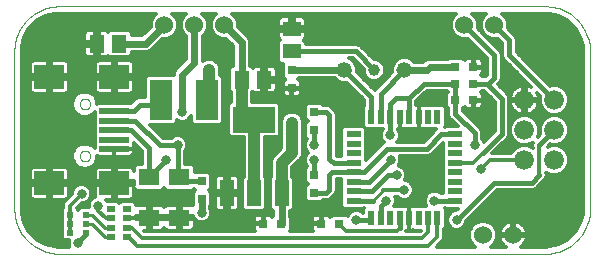
<source format=gtl>
G75*
G70*
%OFA0B0*%
%FSLAX24Y24*%
%IPPOS*%
%LPD*%
%AMOC8*
5,1,8,0,0,1.08239X$1,22.5*
%
%ADD10C,0.0000*%
%ADD11R,0.0300X0.0300*%
%ADD12C,0.0520*%
%ADD13R,0.0984X0.0197*%
%ADD14R,0.0984X0.0787*%
%ADD15R,0.0709X0.0551*%
%ADD16R,0.0748X0.1339*%
%ADD17C,0.0660*%
%ADD18R,0.0512X0.0591*%
%ADD19R,0.0236X0.0197*%
%ADD20R,0.0236X0.0236*%
%ADD21R,0.0256X0.0197*%
%ADD22R,0.0220X0.0500*%
%ADD23R,0.0500X0.0220*%
%ADD24R,0.0480X0.0880*%
%ADD25R,0.1417X0.0866*%
%ADD26R,0.0591X0.0512*%
%ADD27C,0.0600*%
%ADD28C,0.0120*%
%ADD29C,0.0317*%
%ADD30C,0.0396*%
%ADD31C,0.0400*%
%ADD32C,0.0160*%
%ADD33C,0.0240*%
%ADD34C,0.0100*%
%ADD35C,0.0180*%
%ADD36C,0.0320*%
D10*
X001910Y000410D02*
X018098Y000410D01*
X018174Y000412D01*
X018250Y000418D01*
X018325Y000427D01*
X018400Y000441D01*
X018474Y000458D01*
X018547Y000479D01*
X018619Y000503D01*
X018690Y000532D01*
X018759Y000563D01*
X018826Y000598D01*
X018891Y000637D01*
X018955Y000679D01*
X019016Y000724D01*
X019075Y000772D01*
X019131Y000823D01*
X019185Y000877D01*
X019236Y000933D01*
X019284Y000992D01*
X019329Y001053D01*
X019371Y001117D01*
X019410Y001182D01*
X019445Y001249D01*
X019476Y001318D01*
X019505Y001389D01*
X019529Y001461D01*
X019550Y001534D01*
X019567Y001608D01*
X019581Y001683D01*
X019590Y001758D01*
X019596Y001834D01*
X019598Y001910D01*
X019598Y007160D01*
X019596Y007236D01*
X019590Y007312D01*
X019581Y007387D01*
X019567Y007462D01*
X019550Y007536D01*
X019529Y007609D01*
X019505Y007681D01*
X019476Y007752D01*
X019445Y007821D01*
X019410Y007888D01*
X019371Y007953D01*
X019329Y008017D01*
X019284Y008078D01*
X019236Y008137D01*
X019185Y008193D01*
X019131Y008247D01*
X019075Y008298D01*
X019016Y008346D01*
X018955Y008391D01*
X018891Y008433D01*
X018826Y008472D01*
X018759Y008507D01*
X018690Y008538D01*
X018619Y008567D01*
X018547Y008591D01*
X018474Y008612D01*
X018400Y008629D01*
X018325Y008643D01*
X018250Y008652D01*
X018174Y008658D01*
X018098Y008660D01*
X001910Y008660D01*
X001834Y008658D01*
X001758Y008652D01*
X001683Y008643D01*
X001608Y008629D01*
X001534Y008612D01*
X001461Y008591D01*
X001389Y008567D01*
X001318Y008538D01*
X001249Y008507D01*
X001182Y008472D01*
X001117Y008433D01*
X001053Y008391D01*
X000992Y008346D01*
X000933Y008298D01*
X000877Y008247D01*
X000823Y008193D01*
X000772Y008137D01*
X000724Y008078D01*
X000679Y008017D01*
X000637Y007953D01*
X000598Y007888D01*
X000563Y007821D01*
X000532Y007752D01*
X000503Y007681D01*
X000479Y007609D01*
X000458Y007536D01*
X000441Y007462D01*
X000427Y007387D01*
X000418Y007312D01*
X000412Y007236D01*
X000410Y007160D01*
X000410Y001910D01*
X000412Y001834D01*
X000418Y001758D01*
X000427Y001683D01*
X000441Y001608D01*
X000458Y001534D01*
X000479Y001461D01*
X000503Y001389D01*
X000532Y001318D01*
X000563Y001249D01*
X000598Y001182D01*
X000637Y001117D01*
X000679Y001053D01*
X000724Y000992D01*
X000772Y000933D01*
X000823Y000877D01*
X000877Y000823D01*
X000933Y000772D01*
X000992Y000724D01*
X001053Y000679D01*
X001117Y000637D01*
X001182Y000598D01*
X001249Y000563D01*
X001318Y000532D01*
X001389Y000503D01*
X001461Y000479D01*
X001534Y000458D01*
X001608Y000441D01*
X001683Y000427D01*
X001758Y000418D01*
X001834Y000412D01*
X001910Y000410D01*
X002583Y003669D02*
X002585Y003695D01*
X002591Y003721D01*
X002601Y003746D01*
X002614Y003769D01*
X002630Y003789D01*
X002650Y003807D01*
X002672Y003822D01*
X002695Y003834D01*
X002721Y003842D01*
X002747Y003846D01*
X002773Y003846D01*
X002799Y003842D01*
X002825Y003834D01*
X002849Y003822D01*
X002870Y003807D01*
X002890Y003789D01*
X002906Y003769D01*
X002919Y003746D01*
X002929Y003721D01*
X002935Y003695D01*
X002937Y003669D01*
X002935Y003643D01*
X002929Y003617D01*
X002919Y003592D01*
X002906Y003569D01*
X002890Y003549D01*
X002870Y003531D01*
X002848Y003516D01*
X002825Y003504D01*
X002799Y003496D01*
X002773Y003492D01*
X002747Y003492D01*
X002721Y003496D01*
X002695Y003504D01*
X002671Y003516D01*
X002650Y003531D01*
X002630Y003549D01*
X002614Y003569D01*
X002601Y003592D01*
X002591Y003617D01*
X002585Y003643D01*
X002583Y003669D01*
X002583Y005401D02*
X002585Y005427D01*
X002591Y005453D01*
X002601Y005478D01*
X002614Y005501D01*
X002630Y005521D01*
X002650Y005539D01*
X002672Y005554D01*
X002695Y005566D01*
X002721Y005574D01*
X002747Y005578D01*
X002773Y005578D01*
X002799Y005574D01*
X002825Y005566D01*
X002849Y005554D01*
X002870Y005539D01*
X002890Y005521D01*
X002906Y005501D01*
X002919Y005478D01*
X002929Y005453D01*
X002935Y005427D01*
X002937Y005401D01*
X002935Y005375D01*
X002929Y005349D01*
X002919Y005324D01*
X002906Y005301D01*
X002890Y005281D01*
X002870Y005263D01*
X002848Y005248D01*
X002825Y005236D01*
X002799Y005228D01*
X002773Y005224D01*
X002747Y005224D01*
X002721Y005228D01*
X002695Y005236D01*
X002671Y005248D01*
X002650Y005263D01*
X002630Y005281D01*
X002614Y005301D01*
X002601Y005324D01*
X002591Y005349D01*
X002585Y005375D01*
X002583Y005401D01*
D11*
X006660Y002835D03*
X006660Y002235D03*
X008710Y001410D03*
X009310Y001410D03*
X010635Y001410D03*
X011235Y001410D03*
X010410Y002435D03*
X010410Y003035D03*
X010410Y004535D03*
X010410Y005135D03*
X009660Y005935D03*
X009660Y006535D03*
X015110Y006635D03*
X015710Y006635D03*
X015710Y006085D03*
X015110Y006085D03*
X015110Y005535D03*
X015710Y005535D03*
D12*
X013410Y006535D03*
X011410Y006535D03*
D13*
X003744Y005165D03*
X003744Y004850D03*
X003744Y004535D03*
X003744Y004220D03*
X003744Y003905D03*
D14*
X003744Y002763D03*
X001579Y002763D03*
X001579Y006307D03*
X003744Y006307D03*
D15*
X004910Y002954D03*
X005910Y002954D03*
X005910Y001616D03*
X004910Y001616D03*
D16*
X005292Y005535D03*
X006828Y005535D03*
D17*
X017410Y005535D03*
X018410Y005535D03*
X018410Y004535D03*
X017410Y004535D03*
X017410Y003535D03*
X018410Y003535D03*
D18*
X008734Y006210D03*
X007986Y006210D03*
X003909Y007410D03*
X003161Y007410D03*
D19*
X002811Y001705D03*
X002259Y001705D03*
X002259Y001115D03*
X002811Y001115D03*
D20*
X002811Y001410D03*
X002259Y001410D03*
D21*
X003644Y001278D03*
X004176Y001278D03*
X004176Y001592D03*
X003644Y001592D03*
X003644Y001907D03*
X004176Y001907D03*
X004176Y000963D03*
X003644Y000963D03*
D22*
X012308Y001595D03*
X012623Y001595D03*
X012938Y001595D03*
X013253Y001595D03*
X013567Y001595D03*
X013882Y001595D03*
X014197Y001595D03*
X014512Y001595D03*
X014512Y004975D03*
X014197Y004975D03*
X013882Y004975D03*
X013567Y004975D03*
X013253Y004975D03*
X012938Y004975D03*
X012623Y004975D03*
X012308Y004975D03*
D23*
X011720Y004387D03*
X011720Y004072D03*
X011720Y003757D03*
X011720Y003442D03*
X011720Y003128D03*
X011720Y002813D03*
X011720Y002498D03*
X011720Y002183D03*
X015100Y002183D03*
X015100Y002498D03*
X015100Y002813D03*
X015100Y003128D03*
X015100Y003442D03*
X015100Y003757D03*
X015100Y004072D03*
X015100Y004387D03*
D24*
X009320Y002440D03*
X008410Y002440D03*
X007500Y002440D03*
D25*
X008410Y004880D03*
D26*
X009660Y007161D03*
X009660Y007909D03*
D27*
X007410Y008035D03*
X006410Y008035D03*
X005410Y008035D03*
X015410Y008035D03*
X016410Y008035D03*
X016035Y001035D03*
X017035Y001035D03*
D28*
X001428Y000746D02*
X001143Y000910D01*
X000910Y001143D01*
X000746Y001428D01*
X000661Y001746D01*
X000650Y001910D01*
X000650Y007160D01*
X000661Y007324D01*
X000746Y007642D01*
X000910Y007927D01*
X001143Y008160D01*
X001428Y008324D01*
X001746Y008409D01*
X001910Y008420D01*
X005144Y008420D01*
X005020Y008296D01*
X004950Y008126D01*
X004950Y007971D01*
X004669Y007690D01*
X004325Y007690D01*
X004325Y007772D01*
X004231Y007865D01*
X003587Y007865D01*
X003535Y007813D01*
X003515Y007833D01*
X003479Y007854D01*
X003438Y007865D01*
X003221Y007865D01*
X003221Y007470D01*
X003101Y007470D01*
X003101Y007865D01*
X002884Y007865D01*
X002843Y007854D01*
X002807Y007833D01*
X002777Y007804D01*
X002756Y007767D01*
X002745Y007726D01*
X002745Y007470D01*
X003101Y007470D01*
X003101Y007350D01*
X003221Y007350D01*
X003221Y006955D01*
X003438Y006955D01*
X003479Y006966D01*
X003515Y006987D01*
X003535Y007007D01*
X003587Y006955D01*
X004231Y006955D01*
X004325Y007048D01*
X004325Y007130D01*
X004841Y007130D01*
X004944Y007173D01*
X005346Y007575D01*
X005501Y007575D01*
X005671Y007645D01*
X005800Y007774D01*
X005870Y007943D01*
X005870Y008126D01*
X005800Y008296D01*
X005676Y008420D01*
X006144Y008420D01*
X006020Y008296D01*
X005950Y008126D01*
X005950Y007943D01*
X006020Y007774D01*
X006130Y007664D01*
X006130Y006901D01*
X005773Y006544D01*
X005730Y006441D01*
X005730Y006364D01*
X004852Y006364D01*
X004758Y006271D01*
X004758Y005635D01*
X004560Y005635D01*
X004468Y005597D01*
X004398Y005527D01*
X004295Y005423D01*
X003186Y005423D01*
X003177Y005415D01*
X003177Y005484D01*
X003114Y005637D01*
X002996Y005755D01*
X002843Y005818D01*
X002677Y005818D01*
X002524Y005755D01*
X002406Y005637D01*
X002343Y005484D01*
X002343Y005318D01*
X002406Y005165D01*
X002524Y005047D01*
X002677Y004984D01*
X002843Y004984D01*
X002996Y005047D01*
X003092Y005143D01*
X003092Y004055D01*
X003099Y004049D01*
X003092Y004025D01*
X003092Y003927D01*
X002996Y004023D01*
X002843Y004086D01*
X002677Y004086D01*
X002524Y004023D01*
X002406Y003905D01*
X002343Y003752D01*
X002343Y003586D01*
X002406Y003433D01*
X002524Y003315D01*
X002677Y003252D01*
X002843Y003252D01*
X002996Y003315D01*
X003114Y003433D01*
X003177Y003586D01*
X003177Y003665D01*
X003190Y003658D01*
X003231Y003647D01*
X003744Y003647D01*
X003744Y003905D01*
X003744Y003905D01*
X003744Y003647D01*
X004257Y003647D01*
X004298Y003658D01*
X004335Y003679D01*
X004364Y003708D01*
X004385Y003745D01*
X004396Y003786D01*
X004396Y003905D01*
X003744Y003905D01*
X003744Y003905D01*
X004396Y003905D01*
X004396Y004025D01*
X004390Y004049D01*
X004396Y004055D01*
X004396Y004109D01*
X004670Y003836D01*
X004670Y003390D01*
X004489Y003390D01*
X004396Y003296D01*
X004396Y003181D01*
X004385Y003219D01*
X004364Y003255D01*
X004335Y003285D01*
X004298Y003306D01*
X004257Y003317D01*
X003804Y003317D01*
X003804Y002823D01*
X004396Y002823D01*
X004396Y002703D01*
X003804Y002703D01*
X003804Y002210D01*
X004257Y002210D01*
X004298Y002221D01*
X004335Y002242D01*
X004364Y002271D01*
X004385Y002308D01*
X004396Y002349D01*
X004396Y002612D01*
X004489Y002519D01*
X005331Y002519D01*
X005410Y002598D01*
X005489Y002519D01*
X006331Y002519D01*
X006390Y002578D01*
X006434Y002535D01*
X006350Y002451D01*
X006350Y002027D01*
X006326Y002040D01*
X006285Y002051D01*
X005970Y002051D01*
X005970Y001676D01*
X005850Y001676D01*
X005850Y002051D01*
X005535Y002051D01*
X005494Y002040D01*
X005457Y002019D01*
X005428Y001990D01*
X005410Y001959D01*
X005392Y001990D01*
X005363Y002019D01*
X005326Y002040D01*
X005285Y002051D01*
X004970Y002051D01*
X004970Y001676D01*
X004850Y001676D01*
X004850Y002051D01*
X004535Y002051D01*
X004494Y002040D01*
X004464Y002023D01*
X004464Y002072D01*
X004370Y002166D01*
X003982Y002166D01*
X003910Y002094D01*
X003838Y002166D01*
X003490Y002166D01*
X003480Y002191D01*
X003461Y002210D01*
X003684Y002210D01*
X003684Y002703D01*
X003804Y002703D01*
X003804Y002823D01*
X003684Y002823D01*
X003684Y002703D01*
X003092Y002703D01*
X003092Y002349D01*
X003102Y002310D01*
X003029Y002280D01*
X002940Y002191D01*
X002891Y002073D01*
X002891Y001964D01*
X002626Y001964D01*
X002535Y001872D01*
X002484Y001923D01*
X002652Y002091D01*
X002723Y002091D01*
X002841Y002140D01*
X002930Y002229D01*
X002979Y002347D01*
X002979Y002473D01*
X002930Y002591D01*
X002841Y002680D01*
X002723Y002729D01*
X002597Y002729D01*
X002479Y002680D01*
X002390Y002591D01*
X002341Y002473D01*
X002341Y002402D01*
X002039Y002101D01*
X002039Y001928D01*
X001981Y001870D01*
X001981Y000950D01*
X002075Y000856D01*
X002220Y000856D01*
X002216Y000848D01*
X002216Y000722D01*
X002246Y000650D01*
X001910Y000650D01*
X001746Y000661D01*
X001428Y000746D01*
X001394Y000766D02*
X002216Y000766D01*
X002047Y000884D02*
X001189Y000884D01*
X001051Y001003D02*
X001981Y001003D01*
X001981Y001121D02*
X000932Y001121D01*
X000855Y001240D02*
X001981Y001240D01*
X001981Y001358D02*
X000786Y001358D01*
X000733Y001477D02*
X001981Y001477D01*
X001981Y001595D02*
X000701Y001595D01*
X000669Y001714D02*
X001981Y001714D01*
X001981Y001832D02*
X000655Y001832D01*
X000650Y001951D02*
X002039Y001951D01*
X002259Y002009D02*
X002660Y002410D01*
X002979Y002425D02*
X003092Y002425D01*
X003092Y002543D02*
X002950Y002543D01*
X002859Y002662D02*
X003092Y002662D01*
X003092Y002823D02*
X003684Y002823D01*
X003684Y003317D01*
X003231Y003317D01*
X003190Y003306D01*
X003154Y003285D01*
X003124Y003255D01*
X003103Y003219D01*
X003092Y003178D01*
X003092Y002823D01*
X003092Y002899D02*
X002231Y002899D01*
X002231Y002823D02*
X002231Y003178D01*
X002220Y003219D01*
X002199Y003255D01*
X002169Y003285D01*
X002133Y003306D01*
X002092Y003317D01*
X001639Y003317D01*
X001639Y002823D01*
X002231Y002823D01*
X002231Y002703D02*
X001639Y002703D01*
X001639Y002210D01*
X002092Y002210D01*
X002133Y002221D01*
X002169Y002242D01*
X002199Y002271D01*
X002220Y002308D01*
X002231Y002349D01*
X002231Y002703D01*
X002231Y002662D02*
X002461Y002662D01*
X002370Y002543D02*
X002231Y002543D01*
X002231Y002425D02*
X002341Y002425D01*
X002245Y002306D02*
X002219Y002306D01*
X002126Y002188D02*
X000650Y002188D01*
X000650Y002306D02*
X000939Y002306D01*
X000938Y002308D02*
X000959Y002271D01*
X000989Y002242D01*
X001025Y002221D01*
X001066Y002210D01*
X001519Y002210D01*
X001519Y002703D01*
X001639Y002703D01*
X001639Y002823D01*
X001519Y002823D01*
X001519Y002703D01*
X000927Y002703D01*
X000927Y002349D01*
X000938Y002308D01*
X000927Y002425D02*
X000650Y002425D01*
X000650Y002543D02*
X000927Y002543D01*
X000927Y002662D02*
X000650Y002662D01*
X000650Y002780D02*
X001519Y002780D01*
X001519Y002823D02*
X000927Y002823D01*
X000927Y003178D01*
X000938Y003219D01*
X000959Y003255D01*
X000989Y003285D01*
X001025Y003306D01*
X001066Y003317D01*
X001519Y003317D01*
X001519Y002823D01*
X001519Y002899D02*
X001639Y002899D01*
X001639Y003017D02*
X001519Y003017D01*
X001519Y003136D02*
X001639Y003136D01*
X001639Y003254D02*
X001519Y003254D01*
X000958Y003254D02*
X000650Y003254D01*
X000650Y003136D02*
X000927Y003136D01*
X000927Y003017D02*
X000650Y003017D01*
X000650Y002899D02*
X000927Y002899D01*
X001519Y002662D02*
X001639Y002662D01*
X001639Y002543D02*
X001519Y002543D01*
X001519Y002425D02*
X001639Y002425D01*
X001639Y002306D02*
X001519Y002306D01*
X002039Y002069D02*
X000650Y002069D01*
X001639Y002780D02*
X003684Y002780D01*
X003684Y002899D02*
X003804Y002899D01*
X003804Y003017D02*
X003684Y003017D01*
X003684Y003136D02*
X003804Y003136D01*
X003804Y003254D02*
X003684Y003254D01*
X003123Y003254D02*
X002849Y003254D01*
X002671Y003254D02*
X002200Y003254D01*
X002231Y003136D02*
X003092Y003136D01*
X003092Y003017D02*
X002231Y003017D01*
X002466Y003373D02*
X000650Y003373D01*
X000650Y003491D02*
X002382Y003491D01*
X002343Y003610D02*
X000650Y003610D01*
X000650Y003728D02*
X002343Y003728D01*
X002382Y003847D02*
X000650Y003847D01*
X000650Y003965D02*
X002466Y003965D01*
X002671Y004084D02*
X000650Y004084D01*
X000650Y004202D02*
X003092Y004202D01*
X003092Y004084D02*
X002849Y004084D01*
X003054Y003965D02*
X003092Y003965D01*
X003744Y003847D02*
X003744Y003847D01*
X003744Y003728D02*
X003744Y003728D01*
X003177Y003610D02*
X004670Y003610D01*
X004670Y003728D02*
X004376Y003728D01*
X004396Y003847D02*
X004659Y003847D01*
X004541Y003965D02*
X004396Y003965D01*
X004396Y004084D02*
X004422Y004084D01*
X004929Y004706D02*
X005359Y004275D01*
X005649Y004275D01*
X005679Y004305D01*
X005797Y004354D01*
X005923Y004354D01*
X006041Y004305D01*
X006130Y004216D01*
X006179Y004098D01*
X006179Y003972D01*
X006130Y003854D01*
X006100Y003824D01*
X006100Y003390D01*
X006331Y003390D01*
X006424Y003296D01*
X006424Y003126D01*
X006444Y003145D01*
X006876Y003145D01*
X006970Y003051D01*
X006970Y002619D01*
X006886Y002535D01*
X006970Y002451D01*
X006970Y002019D01*
X006940Y001989D01*
X006940Y001942D01*
X006979Y001848D01*
X006979Y001722D01*
X006930Y001604D01*
X006841Y001515D01*
X006723Y001466D01*
X006597Y001466D01*
X006479Y001515D01*
X006390Y001604D01*
X006360Y001676D01*
X005970Y001676D01*
X005970Y001556D01*
X006424Y001556D01*
X006424Y001319D01*
X006413Y001278D01*
X006392Y001242D01*
X006363Y001212D01*
X006326Y001191D01*
X006285Y001180D01*
X005970Y001180D01*
X005970Y001556D01*
X005850Y001556D01*
X004970Y001556D01*
X004970Y001676D01*
X005424Y001676D01*
X005850Y001676D01*
X005850Y001556D01*
X005850Y001180D01*
X005535Y001180D01*
X005494Y001191D01*
X005457Y001212D01*
X005428Y001242D01*
X005410Y001272D01*
X005392Y001242D01*
X005363Y001212D01*
X005326Y001191D01*
X005285Y001180D01*
X004970Y001180D01*
X004970Y001556D01*
X004850Y001556D01*
X004464Y001556D01*
X004464Y001592D01*
X004176Y001592D01*
X004176Y001592D01*
X004464Y001592D01*
X004464Y001676D01*
X004850Y001676D01*
X004850Y001556D01*
X004850Y001180D01*
X004726Y001180D01*
X004751Y001155D01*
X008439Y001155D01*
X008432Y001162D01*
X008411Y001198D01*
X008400Y001239D01*
X008400Y001395D01*
X008695Y001395D01*
X008695Y001425D01*
X008695Y001720D01*
X008539Y001720D01*
X008498Y001709D01*
X008462Y001688D01*
X008432Y001658D01*
X008411Y001622D01*
X008400Y001581D01*
X008400Y001425D01*
X008695Y001425D01*
X008725Y001425D01*
X008725Y001720D01*
X008881Y001720D01*
X008922Y001709D01*
X008958Y001688D01*
X008988Y001658D01*
X009004Y001630D01*
X009040Y001666D01*
X009040Y001840D01*
X009014Y001840D01*
X008920Y001934D01*
X008920Y002946D01*
X008960Y002986D01*
X008960Y003517D01*
X009015Y003649D01*
X009116Y003750D01*
X009116Y003750D01*
X009300Y003934D01*
X009300Y004857D01*
X009355Y004989D01*
X009456Y005090D01*
X009588Y005145D01*
X009732Y005145D01*
X009864Y005090D01*
X009965Y004989D01*
X010020Y004857D01*
X010020Y003713D01*
X009965Y003581D01*
X009864Y003480D01*
X009680Y003296D01*
X009680Y002986D01*
X009720Y002946D01*
X009720Y001934D01*
X009626Y001840D01*
X009600Y001840D01*
X009600Y001646D01*
X009620Y001626D01*
X009620Y001194D01*
X009581Y001155D01*
X010364Y001155D01*
X010357Y001162D01*
X010336Y001198D01*
X010325Y001239D01*
X010325Y001395D01*
X010620Y001395D01*
X010620Y001425D01*
X010620Y001720D01*
X010464Y001720D01*
X010423Y001709D01*
X010387Y001688D01*
X010357Y001658D01*
X010336Y001622D01*
X010325Y001581D01*
X010325Y001425D01*
X010620Y001425D01*
X010650Y001425D01*
X010650Y001720D01*
X010806Y001720D01*
X010847Y001709D01*
X010883Y001688D01*
X010913Y001658D01*
X010929Y001630D01*
X011019Y001720D01*
X011451Y001720D01*
X011515Y001656D01*
X011540Y001716D01*
X011629Y001805D01*
X011747Y001854D01*
X011873Y001854D01*
X011991Y001805D01*
X012021Y001775D01*
X012038Y001775D01*
X012038Y001911D01*
X012069Y001943D01*
X012066Y001943D01*
X012036Y001913D01*
X011404Y001913D01*
X011310Y002006D01*
X011310Y002888D01*
X011150Y002888D01*
X011150Y002487D01*
X011113Y002399D01*
X011013Y002299D01*
X010946Y002232D01*
X010858Y002195D01*
X010696Y002195D01*
X010626Y002125D01*
X010194Y002125D01*
X010100Y002219D01*
X010100Y002651D01*
X010184Y002735D01*
X010100Y002819D01*
X010100Y003251D01*
X010170Y003321D01*
X010170Y003324D01*
X010140Y003354D01*
X010091Y003472D01*
X010091Y003598D01*
X010140Y003716D01*
X010209Y003785D01*
X010140Y003854D01*
X010091Y003972D01*
X010091Y004098D01*
X010140Y004216D01*
X010170Y004246D01*
X010170Y004249D01*
X010100Y004319D01*
X010100Y004751D01*
X010184Y004835D01*
X010100Y004919D01*
X010100Y005351D01*
X010194Y005445D01*
X010626Y005445D01*
X010696Y005375D01*
X010858Y005375D01*
X010946Y005338D01*
X011113Y005171D01*
X011150Y005083D01*
X011150Y003684D01*
X011152Y003682D01*
X011310Y003682D01*
X011310Y004564D01*
X011404Y004657D01*
X012036Y004657D01*
X012130Y004564D01*
X012130Y003544D01*
X012632Y004046D01*
X012699Y004113D01*
X012725Y004124D01*
X012667Y004182D01*
X012619Y004299D01*
X012619Y004426D01*
X012667Y004543D01*
X012689Y004565D01*
X012131Y004565D01*
X012038Y004659D01*
X012038Y005291D01*
X012068Y005321D01*
X012068Y005538D01*
X011491Y006115D01*
X011326Y006115D01*
X011172Y006179D01*
X011096Y006255D01*
X009906Y006255D01*
X009880Y006229D01*
X009908Y006213D01*
X009938Y006183D01*
X009959Y006147D01*
X009970Y006106D01*
X009970Y005950D01*
X009675Y005950D01*
X009675Y005920D01*
X009970Y005920D01*
X009970Y005764D01*
X009959Y005723D01*
X009938Y005687D01*
X009908Y005657D01*
X009872Y005636D01*
X009831Y005625D01*
X009675Y005625D01*
X009675Y005920D01*
X009645Y005920D01*
X009645Y005625D01*
X009489Y005625D01*
X009448Y005636D01*
X009412Y005657D01*
X009382Y005687D01*
X009361Y005723D01*
X009350Y005764D01*
X009350Y005920D01*
X009645Y005920D01*
X009645Y005950D01*
X009350Y005950D01*
X009350Y006106D01*
X009361Y006147D01*
X009382Y006183D01*
X009412Y006213D01*
X009440Y006229D01*
X009350Y006319D01*
X009350Y006745D01*
X009298Y006745D01*
X009205Y006839D01*
X009205Y007483D01*
X009257Y007535D01*
X009237Y007555D01*
X009216Y007591D01*
X009205Y007632D01*
X009205Y007849D01*
X009600Y007849D01*
X009600Y007969D01*
X009205Y007969D01*
X009205Y008186D01*
X009216Y008227D01*
X009237Y008263D01*
X009266Y008293D01*
X009303Y008314D01*
X009344Y008325D01*
X009600Y008325D01*
X009600Y007969D01*
X009720Y007969D01*
X010115Y007969D01*
X010115Y008186D01*
X010104Y008227D01*
X010083Y008263D01*
X010054Y008293D01*
X010017Y008314D01*
X009976Y008325D01*
X009720Y008325D01*
X009720Y007969D01*
X009720Y007849D01*
X010115Y007849D01*
X010115Y007632D01*
X010104Y007591D01*
X010083Y007555D01*
X010063Y007535D01*
X010115Y007483D01*
X010115Y007401D01*
X011737Y007401D01*
X011737Y007401D01*
X011784Y007401D01*
X011833Y007401D01*
X011833Y007401D01*
X011877Y007383D01*
X011921Y007364D01*
X011921Y007364D01*
X011955Y007331D01*
X011988Y007297D01*
X011988Y007297D01*
X012392Y006893D01*
X012481Y006893D01*
X012613Y006839D01*
X012714Y006738D01*
X012768Y006606D01*
X012768Y006464D01*
X012714Y006332D01*
X012613Y006231D01*
X012481Y006177D01*
X012339Y006177D01*
X012207Y006231D01*
X012106Y006332D01*
X012052Y006464D01*
X012052Y006554D01*
X011685Y006921D01*
X011576Y006921D01*
X011648Y006891D01*
X011766Y006773D01*
X011830Y006619D01*
X011830Y006454D01*
X012414Y005871D01*
X012419Y005884D01*
X012487Y005951D01*
X012487Y005951D01*
X012990Y006454D01*
X012990Y006619D01*
X013054Y006773D01*
X013172Y006891D01*
X013326Y006955D01*
X013494Y006955D01*
X013648Y006891D01*
X013724Y006815D01*
X014044Y006815D01*
X014101Y006872D01*
X014204Y006915D01*
X014864Y006915D01*
X014894Y006945D01*
X015326Y006945D01*
X015416Y006855D01*
X015432Y006883D01*
X015462Y006913D01*
X015498Y006934D01*
X015539Y006945D01*
X015695Y006945D01*
X015695Y006650D01*
X015725Y006650D01*
X015725Y006945D01*
X015881Y006945D01*
X015922Y006934D01*
X015958Y006913D01*
X015988Y006883D01*
X016009Y006847D01*
X016020Y006806D01*
X016020Y006650D01*
X015725Y006650D01*
X015725Y006620D01*
X016020Y006620D01*
X016020Y006464D01*
X016009Y006423D01*
X015988Y006387D01*
X015961Y006360D01*
X015996Y006325D01*
X016111Y006325D01*
X016170Y006384D01*
X016170Y006936D01*
X015522Y007584D01*
X015501Y007575D01*
X015318Y007575D01*
X015149Y007645D01*
X015020Y007774D01*
X014950Y007943D01*
X014950Y008126D01*
X015020Y008296D01*
X015144Y008420D01*
X007676Y008420D01*
X007800Y008296D01*
X007870Y008126D01*
X007870Y007971D01*
X008223Y007618D01*
X008266Y007515D01*
X008266Y006665D01*
X008308Y006665D01*
X008360Y006613D01*
X008380Y006633D01*
X008416Y006654D01*
X008457Y006665D01*
X008674Y006665D01*
X008674Y006270D01*
X008794Y006270D01*
X008794Y006665D01*
X009011Y006665D01*
X009052Y006654D01*
X009088Y006633D01*
X009118Y006604D01*
X009139Y006567D01*
X009150Y006526D01*
X009150Y006270D01*
X008794Y006270D01*
X008794Y006150D01*
X008794Y005755D01*
X009011Y005755D01*
X009052Y005766D01*
X009088Y005787D01*
X009118Y005816D01*
X009139Y005853D01*
X009150Y005894D01*
X009150Y006150D01*
X008794Y006150D01*
X008674Y006150D01*
X008674Y005755D01*
X008457Y005755D01*
X008416Y005766D01*
X008380Y005787D01*
X008360Y005807D01*
X008346Y005793D01*
X008346Y005473D01*
X009185Y005473D01*
X009279Y005379D01*
X009279Y004381D01*
X009185Y004287D01*
X008770Y004287D01*
X008770Y002986D01*
X008810Y002946D01*
X008810Y001934D01*
X008716Y001840D01*
X008104Y001840D01*
X008010Y001934D01*
X008010Y002946D01*
X008050Y002986D01*
X008050Y004287D01*
X007635Y004287D01*
X007541Y004381D01*
X007541Y005379D01*
X007626Y005464D01*
X007626Y005793D01*
X007570Y005848D01*
X007570Y006572D01*
X007664Y006665D01*
X007706Y006665D01*
X007706Y007343D01*
X007474Y007575D01*
X007318Y007575D01*
X007149Y007645D01*
X007020Y007774D01*
X006950Y007943D01*
X006950Y008126D01*
X007020Y008296D01*
X007144Y008420D01*
X006676Y008420D01*
X006800Y008296D01*
X006870Y008126D01*
X006870Y007943D01*
X006800Y007774D01*
X006690Y007664D01*
X006690Y006824D01*
X006706Y006840D01*
X006838Y006895D01*
X006982Y006895D01*
X007114Y006840D01*
X007215Y006739D01*
X007270Y006607D01*
X007270Y006362D01*
X007362Y006271D01*
X007362Y004799D01*
X007268Y004706D01*
X006387Y004706D01*
X006294Y004799D01*
X006294Y004987D01*
X006280Y004954D01*
X006191Y004865D01*
X006073Y004816D01*
X005947Y004816D01*
X005829Y004865D01*
X005826Y004868D01*
X005826Y004799D01*
X005733Y004706D01*
X004929Y004706D01*
X004958Y004676D02*
X007541Y004676D01*
X007541Y004795D02*
X007357Y004795D01*
X007362Y004913D02*
X007541Y004913D01*
X007541Y005032D02*
X007362Y005032D01*
X007362Y005150D02*
X007541Y005150D01*
X007541Y005269D02*
X007362Y005269D01*
X007362Y005387D02*
X007549Y005387D01*
X007626Y005506D02*
X007362Y005506D01*
X007362Y005624D02*
X007626Y005624D01*
X007626Y005743D02*
X007362Y005743D01*
X007362Y005861D02*
X007570Y005861D01*
X007570Y005980D02*
X007362Y005980D01*
X007362Y006098D02*
X007570Y006098D01*
X007570Y006217D02*
X007362Y006217D01*
X007297Y006335D02*
X007570Y006335D01*
X007570Y006454D02*
X007270Y006454D01*
X007270Y006572D02*
X007571Y006572D01*
X007706Y006691D02*
X007235Y006691D01*
X007145Y006809D02*
X007706Y006809D01*
X007706Y006928D02*
X006690Y006928D01*
X006690Y007046D02*
X007706Y007046D01*
X007706Y007165D02*
X006690Y007165D01*
X006690Y007283D02*
X007706Y007283D01*
X007648Y007402D02*
X006690Y007402D01*
X006690Y007520D02*
X007529Y007520D01*
X007165Y007639D02*
X006690Y007639D01*
X006783Y007757D02*
X007037Y007757D01*
X006978Y007876D02*
X006842Y007876D01*
X006870Y007994D02*
X006950Y007994D01*
X006950Y008113D02*
X006870Y008113D01*
X006827Y008231D02*
X006993Y008231D01*
X007074Y008350D02*
X006746Y008350D01*
X006074Y008350D02*
X005746Y008350D01*
X005827Y008231D02*
X005993Y008231D01*
X005950Y008113D02*
X005870Y008113D01*
X005870Y007994D02*
X005950Y007994D01*
X005978Y007876D02*
X005842Y007876D01*
X005783Y007757D02*
X006037Y007757D01*
X006130Y007639D02*
X005655Y007639D01*
X005291Y007520D02*
X006130Y007520D01*
X006130Y007402D02*
X005172Y007402D01*
X005054Y007283D02*
X006130Y007283D01*
X006130Y007165D02*
X004924Y007165D01*
X004322Y007046D02*
X006130Y007046D01*
X006130Y006928D02*
X000650Y006928D01*
X000650Y007046D02*
X002760Y007046D01*
X002756Y007053D02*
X002777Y007016D01*
X002807Y006987D01*
X002843Y006966D01*
X002884Y006955D01*
X003101Y006955D01*
X003101Y007350D01*
X002745Y007350D01*
X002745Y007094D01*
X002756Y007053D01*
X002745Y007165D02*
X000650Y007165D01*
X000658Y007283D02*
X002745Y007283D01*
X003101Y007283D02*
X003221Y007283D01*
X003221Y007165D02*
X003101Y007165D01*
X003101Y007046D02*
X003221Y007046D01*
X003231Y006860D02*
X003190Y006849D01*
X003154Y006828D01*
X003124Y006799D01*
X003103Y006762D01*
X003092Y006721D01*
X003092Y006367D01*
X003684Y006367D01*
X003684Y006860D01*
X003231Y006860D01*
X003135Y006809D02*
X002189Y006809D01*
X002199Y006799D02*
X002169Y006828D01*
X002133Y006849D01*
X002092Y006860D01*
X001639Y006860D01*
X001639Y006367D01*
X001519Y006367D01*
X001519Y006860D01*
X001066Y006860D01*
X001025Y006849D01*
X000989Y006828D01*
X000959Y006799D01*
X000938Y006762D01*
X000927Y006721D01*
X000927Y006367D01*
X001519Y006367D01*
X001519Y006247D01*
X000927Y006247D01*
X000927Y005892D01*
X000938Y005851D01*
X000959Y005815D01*
X000989Y005785D01*
X001025Y005764D01*
X001066Y005753D01*
X001519Y005753D01*
X001519Y006247D01*
X001639Y006247D01*
X001639Y006367D01*
X002231Y006367D01*
X002231Y006721D01*
X002220Y006762D01*
X002199Y006799D01*
X002231Y006691D02*
X003092Y006691D01*
X003092Y006572D02*
X002231Y006572D01*
X002231Y006454D02*
X003092Y006454D01*
X003092Y006247D02*
X003092Y005892D01*
X003103Y005851D01*
X003124Y005815D01*
X003154Y005785D01*
X003190Y005764D01*
X003231Y005753D01*
X003684Y005753D01*
X003684Y006247D01*
X003092Y006247D01*
X003092Y006217D02*
X002231Y006217D01*
X002231Y006247D02*
X001639Y006247D01*
X001639Y005753D01*
X002092Y005753D01*
X002133Y005764D01*
X002169Y005785D01*
X002199Y005815D01*
X002220Y005851D01*
X002231Y005892D01*
X002231Y006247D01*
X002231Y006098D02*
X003092Y006098D01*
X003092Y005980D02*
X002231Y005980D01*
X002223Y005861D02*
X003100Y005861D01*
X003009Y005743D02*
X004758Y005743D01*
X004758Y005861D02*
X004388Y005861D01*
X004385Y005851D02*
X004396Y005892D01*
X004396Y006247D01*
X003804Y006247D01*
X003804Y006367D01*
X003684Y006367D01*
X003684Y006247D01*
X003804Y006247D01*
X003804Y005753D01*
X004257Y005753D01*
X004298Y005764D01*
X004335Y005785D01*
X004364Y005815D01*
X004385Y005851D01*
X004396Y005980D02*
X004758Y005980D01*
X004758Y006098D02*
X004396Y006098D01*
X004396Y006217D02*
X004758Y006217D01*
X004823Y006335D02*
X003804Y006335D01*
X003804Y006367D02*
X004396Y006367D01*
X004396Y006721D01*
X004385Y006762D01*
X004364Y006799D01*
X004335Y006828D01*
X004298Y006849D01*
X004257Y006860D01*
X003804Y006860D01*
X003804Y006367D01*
X003804Y006454D02*
X003684Y006454D01*
X003684Y006572D02*
X003804Y006572D01*
X003804Y006691D02*
X003684Y006691D01*
X003684Y006809D02*
X003804Y006809D01*
X004354Y006809D02*
X006038Y006809D01*
X005920Y006691D02*
X004396Y006691D01*
X004396Y006572D02*
X005801Y006572D01*
X005735Y006454D02*
X004396Y006454D01*
X003804Y006217D02*
X003684Y006217D01*
X003684Y006335D02*
X001639Y006335D01*
X001639Y006217D02*
X001519Y006217D01*
X001519Y006335D02*
X000650Y006335D01*
X000650Y006217D02*
X000927Y006217D01*
X000927Y006098D02*
X000650Y006098D01*
X000650Y005980D02*
X000927Y005980D01*
X000935Y005861D02*
X000650Y005861D01*
X000650Y005743D02*
X002511Y005743D01*
X002401Y005624D02*
X000650Y005624D01*
X000650Y005506D02*
X002352Y005506D01*
X002343Y005387D02*
X000650Y005387D01*
X000650Y005269D02*
X002363Y005269D01*
X002421Y005150D02*
X000650Y005150D01*
X000650Y005032D02*
X002562Y005032D01*
X002958Y005032D02*
X003092Y005032D01*
X003092Y004913D02*
X000650Y004913D01*
X000650Y004795D02*
X003092Y004795D01*
X003092Y004676D02*
X000650Y004676D01*
X000650Y004558D02*
X003092Y004558D01*
X003092Y004439D02*
X000650Y004439D01*
X000650Y004321D02*
X003092Y004321D01*
X003138Y003491D02*
X004670Y003491D01*
X004472Y003373D02*
X003054Y003373D01*
X003804Y002780D02*
X004396Y002780D01*
X003804Y002662D02*
X003684Y002662D01*
X003684Y002543D02*
X003804Y002543D01*
X003804Y002425D02*
X003684Y002425D01*
X003684Y002306D02*
X003804Y002306D01*
X003481Y002188D02*
X006350Y002188D01*
X006350Y002306D02*
X004384Y002306D01*
X004396Y002425D02*
X006350Y002425D01*
X006355Y002543D02*
X006426Y002543D01*
X006894Y002543D02*
X007100Y002543D01*
X007100Y002500D02*
X007440Y002500D01*
X007440Y003040D01*
X007239Y003040D01*
X007198Y003029D01*
X007162Y003008D01*
X007132Y002978D01*
X007111Y002942D01*
X007100Y002901D01*
X007100Y002500D01*
X007100Y002380D02*
X007100Y001979D01*
X007111Y001938D01*
X007132Y001902D01*
X007162Y001872D01*
X007198Y001851D01*
X007239Y001840D01*
X007440Y001840D01*
X007440Y002380D01*
X007560Y002380D01*
X007560Y002500D01*
X007900Y002500D01*
X007900Y002901D01*
X007889Y002942D01*
X007868Y002978D01*
X007838Y003008D01*
X007802Y003029D01*
X007761Y003040D01*
X007560Y003040D01*
X007560Y002500D01*
X007440Y002500D01*
X007440Y002380D01*
X007100Y002380D01*
X007100Y002306D02*
X006970Y002306D01*
X006970Y002188D02*
X007100Y002188D01*
X007100Y002069D02*
X006970Y002069D01*
X006940Y001951D02*
X007108Y001951D01*
X006979Y001832D02*
X009040Y001832D01*
X009040Y001714D02*
X008905Y001714D01*
X008725Y001714D02*
X008695Y001714D01*
X008515Y001714D02*
X006975Y001714D01*
X006921Y001595D02*
X008404Y001595D01*
X008400Y001477D02*
X006748Y001477D01*
X006572Y001477D02*
X006424Y001477D01*
X006424Y001358D02*
X008400Y001358D01*
X008400Y001240D02*
X006390Y001240D01*
X005970Y001240D02*
X005850Y001240D01*
X005850Y001358D02*
X005970Y001358D01*
X005970Y001477D02*
X005850Y001477D01*
X005850Y001595D02*
X004970Y001595D01*
X004970Y001477D02*
X004850Y001477D01*
X004850Y001595D02*
X004464Y001595D01*
X004850Y001714D02*
X004970Y001714D01*
X004970Y001832D02*
X004850Y001832D01*
X004850Y001951D02*
X004970Y001951D01*
X004464Y002069D02*
X006350Y002069D01*
X005970Y001951D02*
X005850Y001951D01*
X005850Y001832D02*
X005970Y001832D01*
X005970Y001714D02*
X005850Y001714D01*
X005970Y001595D02*
X006399Y001595D01*
X005430Y001240D02*
X005390Y001240D01*
X004970Y001240D02*
X004850Y001240D01*
X004850Y001358D02*
X004970Y001358D01*
X004660Y000935D02*
X004317Y001278D01*
X004176Y001278D01*
X003644Y001592D02*
X003453Y001592D01*
X003210Y001835D01*
X003210Y002010D01*
X002891Y002069D02*
X002630Y002069D01*
X002888Y002188D02*
X002939Y002188D01*
X002962Y002306D02*
X003092Y002306D01*
X002613Y001951D02*
X002512Y001951D01*
X002259Y002009D02*
X002259Y001705D01*
X002259Y001410D01*
X002259Y001115D01*
X004176Y000963D02*
X004232Y000963D01*
X004510Y000685D01*
X014210Y000685D01*
X014510Y000985D01*
X014510Y001593D01*
X014782Y001595D02*
X014841Y001595D01*
X014841Y001598D02*
X014841Y001472D01*
X014890Y001354D01*
X014979Y001265D01*
X015097Y001216D01*
X015223Y001216D01*
X015341Y001265D01*
X015430Y001354D01*
X015479Y001472D01*
X015479Y001514D01*
X016509Y002545D01*
X017708Y002545D01*
X017796Y002582D01*
X018113Y002899D01*
X018150Y002987D01*
X018150Y003083D01*
X018135Y003118D01*
X018313Y003045D01*
X018507Y003045D01*
X018688Y003120D01*
X018825Y003257D01*
X018900Y003438D01*
X018900Y003632D01*
X018825Y003813D01*
X018688Y003950D01*
X018507Y004025D01*
X018313Y004025D01*
X018188Y003973D01*
X018275Y004061D01*
X018313Y004045D01*
X018507Y004045D01*
X018688Y004120D01*
X018825Y004257D01*
X018900Y004438D01*
X018900Y004632D01*
X018825Y004813D01*
X018688Y004950D01*
X018507Y005025D01*
X018313Y005025D01*
X018132Y004950D01*
X017995Y004813D01*
X017920Y004632D01*
X017920Y004438D01*
X017936Y004400D01*
X017848Y004313D01*
X017900Y004438D01*
X017900Y004632D01*
X017825Y004813D01*
X017688Y004950D01*
X017507Y005025D01*
X017313Y005025D01*
X017132Y004950D01*
X016995Y004813D01*
X016920Y004632D01*
X016920Y004438D01*
X016995Y004257D01*
X017132Y004120D01*
X017313Y004045D01*
X017507Y004045D01*
X017685Y004118D01*
X017670Y004083D01*
X017670Y003987D01*
X017685Y003952D01*
X017507Y004025D01*
X017313Y004025D01*
X017132Y003950D01*
X016995Y003813D01*
X016971Y003755D01*
X016344Y003755D01*
X016796Y004207D01*
X016863Y004274D01*
X016900Y004362D01*
X016900Y005633D01*
X016863Y005721D01*
X016524Y006060D01*
X016613Y006149D01*
X016650Y006237D01*
X016650Y007083D01*
X016613Y007171D01*
X015861Y007923D01*
X015870Y007943D01*
X015870Y008126D01*
X015800Y008296D01*
X015676Y008420D01*
X016144Y008420D01*
X016020Y008296D01*
X015950Y008126D01*
X015950Y007943D01*
X016020Y007774D01*
X016149Y007645D01*
X016318Y007575D01*
X016501Y007575D01*
X016522Y007584D01*
X016670Y007436D01*
X016670Y006987D01*
X016707Y006899D01*
X017636Y005970D01*
X017598Y005989D01*
X017525Y006013D01*
X017449Y006025D01*
X017448Y006025D01*
X017448Y005573D01*
X017900Y005573D01*
X017900Y005574D01*
X017888Y005650D01*
X017864Y005723D01*
X017845Y005761D01*
X017936Y005670D01*
X017920Y005632D01*
X017920Y005438D01*
X017995Y005257D01*
X018132Y005120D01*
X018313Y005045D01*
X018507Y005045D01*
X018688Y005120D01*
X018825Y005257D01*
X018900Y005438D01*
X018900Y005632D01*
X018825Y005813D01*
X018688Y005950D01*
X018507Y006025D01*
X018313Y006025D01*
X018275Y006009D01*
X017150Y007134D01*
X017150Y007583D01*
X017113Y007671D01*
X016861Y007923D01*
X016870Y007943D01*
X016870Y008126D01*
X016800Y008296D01*
X016676Y008420D01*
X018098Y008420D01*
X018262Y008409D01*
X018580Y008324D01*
X018865Y008160D01*
X019097Y007927D01*
X019262Y007642D01*
X019347Y007324D01*
X019358Y007160D01*
X019358Y001910D01*
X019347Y001746D01*
X019262Y001428D01*
X019262Y001428D01*
X019097Y001143D01*
X018865Y000910D01*
X018580Y000746D01*
X018262Y000661D01*
X018097Y000650D01*
X017288Y000650D01*
X017335Y000684D01*
X017386Y000735D01*
X017428Y000794D01*
X017461Y000858D01*
X017484Y000927D01*
X017494Y000995D01*
X017075Y000995D01*
X017075Y001075D01*
X016995Y001075D01*
X016995Y001494D01*
X016927Y001484D01*
X016858Y001461D01*
X016794Y001428D01*
X016735Y001386D01*
X016684Y001335D01*
X016642Y001276D01*
X016609Y001212D01*
X016586Y001143D01*
X016576Y001075D01*
X016995Y001075D01*
X016995Y000995D01*
X016576Y000995D01*
X016586Y000927D01*
X016609Y000858D01*
X016642Y000794D01*
X016684Y000735D01*
X016735Y000684D01*
X016782Y000650D01*
X016301Y000650D01*
X016425Y000774D01*
X016495Y000943D01*
X016495Y001126D01*
X016425Y001296D01*
X016296Y001425D01*
X016126Y001495D01*
X015943Y001495D01*
X015774Y001425D01*
X015645Y001296D01*
X015575Y001126D01*
X015575Y000943D01*
X015645Y000774D01*
X015769Y000650D01*
X014486Y000650D01*
X014601Y000765D01*
X014730Y000894D01*
X014730Y001226D01*
X014782Y001279D01*
X014782Y001911D01*
X014749Y001945D01*
X014751Y001945D01*
X014784Y001913D01*
X015198Y001913D01*
X015139Y001854D01*
X015097Y001854D01*
X014979Y001805D01*
X014890Y001716D01*
X014841Y001598D01*
X014841Y001477D02*
X014782Y001477D01*
X014782Y001358D02*
X014888Y001358D01*
X014743Y001240D02*
X015040Y001240D01*
X015280Y001240D02*
X015622Y001240D01*
X015575Y001121D02*
X014730Y001121D01*
X014730Y001003D02*
X015575Y001003D01*
X015600Y000884D02*
X014720Y000884D01*
X014602Y000766D02*
X015654Y000766D01*
X016416Y000766D02*
X016662Y000766D01*
X016600Y000884D02*
X016470Y000884D01*
X016495Y001003D02*
X016995Y001003D01*
X017075Y001003D02*
X018957Y001003D01*
X019075Y001121D02*
X017487Y001121D01*
X017484Y001143D02*
X017461Y001212D01*
X017428Y001276D01*
X017386Y001335D01*
X017335Y001386D01*
X017276Y001428D01*
X017212Y001461D01*
X017143Y001484D01*
X017075Y001494D01*
X017075Y001075D01*
X017494Y001075D01*
X017484Y001143D01*
X017447Y001240D02*
X019153Y001240D01*
X019221Y001358D02*
X017363Y001358D01*
X017165Y001477D02*
X019275Y001477D01*
X019306Y001595D02*
X015559Y001595D01*
X015479Y001477D02*
X015899Y001477D01*
X015707Y001358D02*
X015432Y001358D01*
X016171Y001477D02*
X016905Y001477D01*
X016995Y001477D02*
X017075Y001477D01*
X017075Y001358D02*
X016995Y001358D01*
X016707Y001358D02*
X016363Y001358D01*
X016448Y001240D02*
X016623Y001240D01*
X016583Y001121D02*
X016495Y001121D01*
X016995Y001121D02*
X017075Y001121D01*
X017075Y001240D02*
X016995Y001240D01*
X017470Y000884D02*
X018819Y000884D01*
X018614Y000766D02*
X017408Y000766D01*
X015678Y001714D02*
X019338Y001714D01*
X019352Y001832D02*
X015796Y001832D01*
X015915Y001951D02*
X019358Y001951D01*
X019358Y002069D02*
X016033Y002069D01*
X016152Y002188D02*
X019358Y002188D01*
X019358Y002306D02*
X016270Y002306D01*
X016389Y002425D02*
X019358Y002425D01*
X019358Y002543D02*
X016507Y002543D01*
X017876Y002662D02*
X019358Y002662D01*
X019358Y002780D02*
X017994Y002780D01*
X018113Y002899D02*
X019358Y002899D01*
X019358Y003017D02*
X018150Y003017D01*
X017910Y003035D02*
X017910Y004035D01*
X017679Y003965D02*
X017652Y003965D01*
X017670Y004084D02*
X017600Y004084D01*
X017220Y004084D02*
X016673Y004084D01*
X016791Y004202D02*
X017050Y004202D01*
X016968Y004321D02*
X016883Y004321D01*
X016900Y004439D02*
X016920Y004439D01*
X016920Y004558D02*
X016900Y004558D01*
X016900Y004676D02*
X016938Y004676D01*
X016900Y004795D02*
X016987Y004795D01*
X016900Y004913D02*
X017095Y004913D01*
X017222Y005081D02*
X017295Y005057D01*
X017371Y005045D01*
X017372Y005045D01*
X017372Y005497D01*
X017448Y005497D01*
X017448Y005573D01*
X017372Y005573D01*
X017372Y005497D01*
X016920Y005497D01*
X016920Y005496D01*
X016932Y005420D01*
X016956Y005347D01*
X016991Y005278D01*
X017036Y005216D01*
X017091Y005161D01*
X017153Y005116D01*
X017222Y005081D01*
X017106Y005150D02*
X016900Y005150D01*
X016900Y005032D02*
X019358Y005032D01*
X019358Y005150D02*
X018718Y005150D01*
X018830Y005269D02*
X019358Y005269D01*
X019358Y005387D02*
X018879Y005387D01*
X018900Y005506D02*
X019358Y005506D01*
X019358Y005624D02*
X018900Y005624D01*
X018854Y005743D02*
X019358Y005743D01*
X019358Y005861D02*
X018777Y005861D01*
X018617Y005980D02*
X019358Y005980D01*
X019358Y006098D02*
X018186Y006098D01*
X018068Y006217D02*
X019358Y006217D01*
X019358Y006335D02*
X017949Y006335D01*
X017831Y006454D02*
X019358Y006454D01*
X019358Y006572D02*
X017712Y006572D01*
X017594Y006691D02*
X019358Y006691D01*
X019358Y006809D02*
X017475Y006809D01*
X017357Y006928D02*
X019358Y006928D01*
X019358Y007046D02*
X017238Y007046D01*
X017150Y007165D02*
X019357Y007165D01*
X019349Y007283D02*
X017150Y007283D01*
X017150Y007402D02*
X019326Y007402D01*
X019294Y007520D02*
X017150Y007520D01*
X017127Y007639D02*
X019263Y007639D01*
X019195Y007757D02*
X017027Y007757D01*
X016909Y007876D02*
X019127Y007876D01*
X019030Y007994D02*
X016870Y007994D01*
X016870Y008113D02*
X018912Y008113D01*
X018741Y008231D02*
X016827Y008231D01*
X016746Y008350D02*
X018485Y008350D01*
X016586Y007520D02*
X016264Y007520D01*
X016165Y007639D02*
X016146Y007639D01*
X016037Y007757D02*
X016027Y007757D01*
X015978Y007876D02*
X015909Y007876D01*
X015870Y007994D02*
X015950Y007994D01*
X015950Y008113D02*
X015870Y008113D01*
X015827Y008231D02*
X015993Y008231D01*
X016074Y008350D02*
X015746Y008350D01*
X015074Y008350D02*
X007746Y008350D01*
X007827Y008231D02*
X009218Y008231D01*
X009600Y008231D02*
X009720Y008231D01*
X009720Y008113D02*
X009600Y008113D01*
X009600Y007994D02*
X009720Y007994D01*
X009720Y007876D02*
X014978Y007876D01*
X014950Y007994D02*
X010115Y007994D01*
X010115Y008113D02*
X014950Y008113D01*
X014993Y008231D02*
X010102Y008231D01*
X009600Y007876D02*
X007965Y007876D01*
X007870Y007994D02*
X009205Y007994D01*
X009205Y008113D02*
X007870Y008113D01*
X008084Y007757D02*
X009205Y007757D01*
X009205Y007639D02*
X008202Y007639D01*
X008264Y007520D02*
X009242Y007520D01*
X009205Y007402D02*
X008266Y007402D01*
X008266Y007283D02*
X009205Y007283D01*
X009205Y007165D02*
X008266Y007165D01*
X008266Y007046D02*
X009205Y007046D01*
X009205Y006928D02*
X008266Y006928D01*
X008266Y006809D02*
X009235Y006809D01*
X009350Y006691D02*
X008266Y006691D01*
X008674Y006572D02*
X008794Y006572D01*
X008794Y006454D02*
X008674Y006454D01*
X008674Y006335D02*
X008794Y006335D01*
X008794Y006217D02*
X009418Y006217D01*
X009350Y006335D02*
X009150Y006335D01*
X009150Y006454D02*
X009350Y006454D01*
X009350Y006572D02*
X009136Y006572D01*
X009902Y006217D02*
X011135Y006217D01*
X011508Y006098D02*
X009970Y006098D01*
X009970Y005980D02*
X011626Y005980D01*
X011745Y005861D02*
X009970Y005861D01*
X009964Y005743D02*
X011863Y005743D01*
X011982Y005624D02*
X008346Y005624D01*
X008346Y005506D02*
X012068Y005506D01*
X012068Y005387D02*
X010684Y005387D01*
X011016Y005269D02*
X012038Y005269D01*
X012038Y005150D02*
X011122Y005150D01*
X011150Y005032D02*
X012038Y005032D01*
X012038Y004913D02*
X011150Y004913D01*
X011150Y004795D02*
X012038Y004795D01*
X012038Y004676D02*
X011150Y004676D01*
X011150Y004558D02*
X011310Y004558D01*
X011310Y004439D02*
X011150Y004439D01*
X011150Y004321D02*
X011310Y004321D01*
X011310Y004202D02*
X011150Y004202D01*
X011150Y004084D02*
X011310Y004084D01*
X011310Y003965D02*
X011150Y003965D01*
X011150Y003847D02*
X011310Y003847D01*
X011310Y003728D02*
X011150Y003728D01*
X012130Y003728D02*
X012314Y003728D01*
X012195Y003610D02*
X012130Y003610D01*
X012130Y003847D02*
X012432Y003847D01*
X012551Y003965D02*
X012130Y003965D01*
X012130Y004084D02*
X012669Y004084D01*
X012659Y004202D02*
X012130Y004202D01*
X012130Y004321D02*
X012619Y004321D01*
X012624Y004439D02*
X012130Y004439D01*
X012130Y004558D02*
X012682Y004558D01*
X013186Y004565D02*
X013253Y004565D01*
X013384Y004565D01*
X013390Y004567D01*
X013391Y004565D01*
X013744Y004565D01*
X013745Y004567D01*
X013751Y004565D01*
X013882Y004565D01*
X013882Y004975D01*
X013882Y004975D01*
X013882Y005385D01*
X013807Y005385D01*
X013807Y005493D01*
X014159Y005845D01*
X014824Y005845D01*
X014859Y005810D01*
X014800Y005751D01*
X014800Y005319D01*
X014870Y005249D01*
X014870Y005037D01*
X014907Y004949D01*
X015198Y004657D01*
X014784Y004657D01*
X014754Y004627D01*
X014751Y004627D01*
X014782Y004659D01*
X014782Y005291D01*
X014689Y005385D01*
X014021Y005385D01*
X014020Y005383D01*
X014014Y005385D01*
X013882Y005385D01*
X013882Y004975D01*
X013882Y004975D01*
X013882Y004565D01*
X014014Y004565D01*
X014020Y004567D01*
X014021Y004565D01*
X014476Y004565D01*
X014434Y004523D01*
X014061Y004150D01*
X013176Y004150D01*
X013208Y004182D01*
X013256Y004299D01*
X013256Y004426D01*
X013208Y004543D01*
X013186Y004565D01*
X013193Y004558D02*
X014468Y004558D01*
X014350Y004439D02*
X013251Y004439D01*
X013256Y004321D02*
X014231Y004321D01*
X014113Y004202D02*
X013216Y004202D01*
X013253Y004565D02*
X013253Y004975D01*
X013253Y004565D01*
X013253Y004676D02*
X013253Y004676D01*
X013253Y004795D02*
X013253Y004795D01*
X013253Y004913D02*
X013253Y004913D01*
X013253Y004975D02*
X013253Y004975D01*
X013882Y005032D02*
X013882Y005032D01*
X013882Y005150D02*
X013882Y005150D01*
X013882Y005269D02*
X013882Y005269D01*
X013807Y005387D02*
X014800Y005387D01*
X014800Y005506D02*
X013820Y005506D01*
X013938Y005624D02*
X014800Y005624D01*
X014800Y005743D02*
X014057Y005743D01*
X014782Y005269D02*
X014850Y005269D01*
X014870Y005150D02*
X014782Y005150D01*
X014782Y005032D02*
X014872Y005032D01*
X014943Y004913D02*
X014782Y004913D01*
X014782Y004795D02*
X015061Y004795D01*
X015180Y004676D02*
X014782Y004676D01*
X015503Y005032D02*
X016420Y005032D01*
X016420Y005150D02*
X015384Y005150D01*
X015350Y005184D02*
X015350Y005249D01*
X015416Y005315D01*
X015432Y005287D01*
X015462Y005257D01*
X015498Y005236D01*
X015539Y005225D01*
X015695Y005225D01*
X015695Y005520D01*
X015725Y005520D01*
X015725Y005550D01*
X016020Y005550D01*
X016020Y005706D01*
X016009Y005747D01*
X015988Y005783D01*
X015961Y005810D01*
X015996Y005845D01*
X016061Y005845D01*
X016420Y005486D01*
X016420Y004509D01*
X016058Y004148D01*
X016030Y004216D01*
X016000Y004246D01*
X016000Y004483D01*
X015963Y004571D01*
X015896Y004638D01*
X015350Y005184D01*
X015370Y005269D02*
X015450Y005269D01*
X015695Y005269D02*
X015725Y005269D01*
X015725Y005225D02*
X015881Y005225D01*
X015922Y005236D01*
X015958Y005257D01*
X015988Y005287D01*
X016009Y005323D01*
X016020Y005364D01*
X016020Y005520D01*
X015725Y005520D01*
X015725Y005225D01*
X015970Y005269D02*
X016420Y005269D01*
X016420Y005387D02*
X016020Y005387D01*
X016020Y005506D02*
X016400Y005506D01*
X016282Y005624D02*
X016020Y005624D01*
X016010Y005743D02*
X016163Y005743D01*
X016605Y005980D02*
X017203Y005980D01*
X017222Y005989D02*
X017153Y005954D01*
X017091Y005909D01*
X017036Y005854D01*
X016991Y005792D01*
X016956Y005723D01*
X016932Y005650D01*
X016920Y005574D01*
X016920Y005573D01*
X017372Y005573D01*
X017372Y006025D01*
X017371Y006025D01*
X017295Y006013D01*
X017222Y005989D01*
X017372Y005980D02*
X017448Y005980D01*
X017448Y005861D02*
X017372Y005861D01*
X017372Y005743D02*
X017448Y005743D01*
X017448Y005624D02*
X017372Y005624D01*
X017372Y005506D02*
X016900Y005506D01*
X016900Y005624D02*
X016928Y005624D01*
X016966Y005743D02*
X016842Y005743D01*
X016723Y005861D02*
X017043Y005861D01*
X017508Y006098D02*
X016562Y006098D01*
X016641Y006217D02*
X017389Y006217D01*
X017271Y006335D02*
X016650Y006335D01*
X016650Y006454D02*
X017152Y006454D01*
X017034Y006572D02*
X016650Y006572D01*
X016650Y006691D02*
X016915Y006691D01*
X016797Y006809D02*
X016650Y006809D01*
X016650Y006928D02*
X016695Y006928D01*
X016670Y007046D02*
X016650Y007046D01*
X016670Y007165D02*
X016616Y007165D01*
X016670Y007283D02*
X016501Y007283D01*
X016383Y007402D02*
X016670Y007402D01*
X016060Y007046D02*
X012239Y007046D01*
X012357Y006928D02*
X013260Y006928D01*
X013090Y006809D02*
X012642Y006809D01*
X012733Y006691D02*
X013020Y006691D01*
X012990Y006572D02*
X012768Y006572D01*
X012764Y006454D02*
X012989Y006454D01*
X012871Y006335D02*
X012715Y006335D01*
X012752Y006217D02*
X012577Y006217D01*
X012634Y006098D02*
X012186Y006098D01*
X012243Y006217D02*
X012068Y006217D01*
X012105Y006335D02*
X011949Y006335D01*
X012056Y006454D02*
X011831Y006454D01*
X011830Y006572D02*
X012034Y006572D01*
X011916Y006691D02*
X011800Y006691D01*
X011797Y006809D02*
X011730Y006809D01*
X012121Y007165D02*
X015941Y007165D01*
X015823Y007283D02*
X012002Y007283D01*
X011921Y007364D02*
X011921Y007364D01*
X011833Y007401D02*
X011833Y007401D01*
X013560Y006928D02*
X014876Y006928D01*
X015344Y006928D02*
X015487Y006928D01*
X015695Y006928D02*
X015725Y006928D01*
X015725Y006809D02*
X015695Y006809D01*
X015933Y006928D02*
X016170Y006928D01*
X016170Y006809D02*
X016019Y006809D01*
X016020Y006691D02*
X016170Y006691D01*
X016170Y006572D02*
X016020Y006572D01*
X016017Y006454D02*
X016170Y006454D01*
X016121Y006335D02*
X015986Y006335D01*
X015725Y006691D02*
X015695Y006691D01*
X015704Y007402D02*
X010115Y007402D01*
X010078Y007520D02*
X015586Y007520D01*
X015165Y007639D02*
X010115Y007639D01*
X010115Y007757D02*
X015037Y007757D01*
X012515Y005980D02*
X012305Y005980D01*
X010136Y005387D02*
X009271Y005387D01*
X009279Y005269D02*
X010100Y005269D01*
X010100Y005150D02*
X009279Y005150D01*
X009279Y005032D02*
X009397Y005032D01*
X009323Y004913D02*
X009279Y004913D01*
X009279Y004795D02*
X009300Y004795D01*
X009300Y004676D02*
X009279Y004676D01*
X009279Y004558D02*
X009300Y004558D01*
X009300Y004439D02*
X009279Y004439D01*
X009300Y004321D02*
X009218Y004321D01*
X009300Y004202D02*
X008770Y004202D01*
X008770Y004084D02*
X009300Y004084D01*
X009300Y003965D02*
X008770Y003965D01*
X008770Y003847D02*
X009212Y003847D01*
X009094Y003728D02*
X008770Y003728D01*
X008770Y003610D02*
X008998Y003610D01*
X008960Y003491D02*
X008770Y003491D01*
X008770Y003373D02*
X008960Y003373D01*
X008960Y003254D02*
X008770Y003254D01*
X008770Y003136D02*
X008960Y003136D01*
X008960Y003017D02*
X008770Y003017D01*
X008810Y002899D02*
X008920Y002899D01*
X008920Y002780D02*
X008810Y002780D01*
X008810Y002662D02*
X008920Y002662D01*
X008920Y002543D02*
X008810Y002543D01*
X008810Y002425D02*
X008920Y002425D01*
X008920Y002306D02*
X008810Y002306D01*
X008810Y002188D02*
X008920Y002188D01*
X008920Y002069D02*
X008810Y002069D01*
X008810Y001951D02*
X008920Y001951D01*
X009600Y001832D02*
X011694Y001832D01*
X011539Y001714D02*
X011458Y001714D01*
X011366Y001951D02*
X009720Y001951D01*
X009720Y002069D02*
X011310Y002069D01*
X011310Y002188D02*
X010689Y002188D01*
X011020Y002306D02*
X011310Y002306D01*
X011310Y002425D02*
X011124Y002425D01*
X011150Y002543D02*
X011310Y002543D01*
X011310Y002662D02*
X011150Y002662D01*
X011150Y002780D02*
X011310Y002780D01*
X010139Y002780D02*
X009720Y002780D01*
X009720Y002899D02*
X010100Y002899D01*
X010100Y003017D02*
X009680Y003017D01*
X009680Y003136D02*
X010100Y003136D01*
X010103Y003254D02*
X009680Y003254D01*
X009757Y003373D02*
X010132Y003373D01*
X010091Y003491D02*
X009875Y003491D01*
X009977Y003610D02*
X010096Y003610D01*
X010152Y003728D02*
X010020Y003728D01*
X010020Y003847D02*
X010148Y003847D01*
X010094Y003965D02*
X010020Y003965D01*
X010020Y004084D02*
X010091Y004084D01*
X010134Y004202D02*
X010020Y004202D01*
X010020Y004321D02*
X010100Y004321D01*
X010100Y004439D02*
X010020Y004439D01*
X010020Y004558D02*
X010100Y004558D01*
X010100Y004676D02*
X010020Y004676D01*
X010020Y004795D02*
X010143Y004795D01*
X010106Y004913D02*
X009997Y004913D01*
X009923Y005032D02*
X010100Y005032D01*
X009675Y005743D02*
X009645Y005743D01*
X009645Y005861D02*
X009675Y005861D01*
X009350Y005861D02*
X009141Y005861D01*
X009150Y005980D02*
X009350Y005980D01*
X009350Y006098D02*
X009150Y006098D01*
X008794Y006098D02*
X008674Y006098D01*
X008674Y005980D02*
X008794Y005980D01*
X008794Y005861D02*
X008674Y005861D01*
X008346Y005743D02*
X009356Y005743D01*
X007541Y004558D02*
X005077Y004558D01*
X005195Y004439D02*
X007541Y004439D01*
X007602Y004321D02*
X006004Y004321D01*
X006136Y004202D02*
X008050Y004202D01*
X008050Y004084D02*
X006179Y004084D01*
X006176Y003965D02*
X008050Y003965D01*
X008050Y003847D02*
X006122Y003847D01*
X006100Y003728D02*
X008050Y003728D01*
X008050Y003610D02*
X006100Y003610D01*
X006100Y003491D02*
X008050Y003491D01*
X008050Y003373D02*
X006348Y003373D01*
X006424Y003254D02*
X008050Y003254D01*
X008050Y003136D02*
X006886Y003136D01*
X006970Y003017D02*
X007177Y003017D01*
X007100Y002899D02*
X006970Y002899D01*
X006970Y002780D02*
X007100Y002780D01*
X007100Y002662D02*
X006970Y002662D01*
X006970Y002425D02*
X007440Y002425D01*
X007440Y002543D02*
X007560Y002543D01*
X007560Y002425D02*
X008010Y002425D01*
X008010Y002543D02*
X007900Y002543D01*
X007900Y002662D02*
X008010Y002662D01*
X008010Y002780D02*
X007900Y002780D01*
X007900Y002899D02*
X008010Y002899D01*
X008050Y003017D02*
X007823Y003017D01*
X007560Y003017D02*
X007440Y003017D01*
X007440Y002899D02*
X007560Y002899D01*
X007560Y002780D02*
X007440Y002780D01*
X007440Y002662D02*
X007560Y002662D01*
X007560Y002380D02*
X007900Y002380D01*
X007900Y001979D01*
X007889Y001938D01*
X007868Y001902D01*
X007838Y001872D01*
X007802Y001851D01*
X007761Y001840D01*
X007560Y001840D01*
X007560Y002380D01*
X007560Y002306D02*
X007440Y002306D01*
X007440Y002188D02*
X007560Y002188D01*
X007560Y002069D02*
X007440Y002069D01*
X007440Y001951D02*
X007560Y001951D01*
X007892Y001951D02*
X008010Y001951D01*
X008010Y002069D02*
X007900Y002069D01*
X007900Y002188D02*
X008010Y002188D01*
X008010Y002306D02*
X007900Y002306D01*
X008695Y001595D02*
X008725Y001595D01*
X008725Y001477D02*
X008695Y001477D01*
X009310Y001410D02*
X009320Y001410D01*
X009320Y001410D01*
X009620Y001358D02*
X010325Y001358D01*
X010325Y001477D02*
X009620Y001477D01*
X009620Y001595D02*
X010329Y001595D01*
X010440Y001714D02*
X009600Y001714D01*
X009720Y002188D02*
X010131Y002188D01*
X010100Y002306D02*
X009720Y002306D01*
X009720Y002425D02*
X010100Y002425D01*
X010100Y002543D02*
X009720Y002543D01*
X009720Y002662D02*
X010110Y002662D01*
X011926Y001832D02*
X012038Y001832D01*
X011460Y001185D02*
X011235Y001410D01*
X011460Y001185D02*
X013160Y001185D01*
X013253Y001278D01*
X013474Y001185D02*
X013567Y001185D01*
X013567Y001595D01*
X013567Y001595D01*
X013567Y002005D01*
X013436Y002005D01*
X013430Y002003D01*
X013429Y002005D01*
X013080Y002005D01*
X013129Y002122D01*
X013129Y002248D01*
X013101Y002315D01*
X013179Y002315D01*
X013229Y002265D01*
X013347Y002216D01*
X013473Y002216D01*
X013591Y002265D01*
X013680Y002354D01*
X013729Y002472D01*
X013729Y002598D01*
X013680Y002716D01*
X013591Y002805D01*
X013473Y002854D01*
X013430Y002854D01*
X013479Y002972D01*
X013479Y003098D01*
X013430Y003216D01*
X013341Y003305D01*
X013228Y003352D01*
X013230Y003354D01*
X013279Y003472D01*
X013279Y003598D01*
X013249Y003670D01*
X014208Y003670D01*
X014296Y003707D01*
X014690Y004101D01*
X014690Y002425D01*
X014621Y002425D01*
X014591Y002455D01*
X014473Y002504D01*
X014347Y002504D01*
X014229Y002455D01*
X014140Y002366D01*
X014091Y002248D01*
X014091Y002122D01*
X014140Y002005D01*
X014021Y002005D01*
X013706Y002005D01*
X013705Y002003D01*
X013699Y002005D01*
X013567Y002005D01*
X013567Y001595D01*
X013567Y001595D01*
X013567Y001185D01*
X013699Y001185D01*
X013705Y001187D01*
X013706Y001185D01*
X013949Y001185D01*
X013919Y001155D01*
X013462Y001155D01*
X013474Y001185D01*
X013567Y001240D02*
X013567Y001240D01*
X013567Y001358D02*
X013567Y001358D01*
X013567Y001477D02*
X013567Y001477D01*
X013567Y001714D02*
X013567Y001714D01*
X013567Y001832D02*
X013567Y001832D01*
X013567Y001951D02*
X013567Y001951D01*
X013107Y002069D02*
X014113Y002069D01*
X014091Y002188D02*
X013129Y002188D01*
X013105Y002306D02*
X013188Y002306D01*
X013410Y002535D02*
X012710Y002535D01*
X013430Y002854D02*
X013430Y002854D01*
X013448Y002899D02*
X014690Y002899D01*
X014690Y003017D02*
X013479Y003017D01*
X013463Y003136D02*
X014690Y003136D01*
X014690Y003254D02*
X013392Y003254D01*
X013238Y003373D02*
X014690Y003373D01*
X014690Y003491D02*
X013279Y003491D01*
X013274Y003610D02*
X014690Y003610D01*
X014690Y003728D02*
X014317Y003728D01*
X014436Y003847D02*
X014690Y003847D01*
X014690Y003965D02*
X014554Y003965D01*
X014673Y004084D02*
X014690Y004084D01*
X016000Y004321D02*
X016231Y004321D01*
X016350Y004439D02*
X016000Y004439D01*
X015969Y004558D02*
X016420Y004558D01*
X016420Y004676D02*
X015858Y004676D01*
X015740Y004795D02*
X016420Y004795D01*
X016420Y004913D02*
X015621Y004913D01*
X015695Y005387D02*
X015725Y005387D01*
X015725Y005506D02*
X015695Y005506D01*
X016900Y005387D02*
X016943Y005387D01*
X016900Y005269D02*
X016998Y005269D01*
X017372Y005269D02*
X017448Y005269D01*
X017448Y005150D02*
X017372Y005150D01*
X017448Y005045D02*
X017449Y005045D01*
X017525Y005057D01*
X017598Y005081D01*
X017667Y005116D01*
X017729Y005161D01*
X017784Y005216D01*
X017829Y005278D01*
X017864Y005347D01*
X017888Y005420D01*
X017900Y005496D01*
X017900Y005497D01*
X017448Y005497D01*
X017448Y005045D01*
X017714Y005150D02*
X018102Y005150D01*
X017990Y005269D02*
X017822Y005269D01*
X017877Y005387D02*
X017941Y005387D01*
X017920Y005506D02*
X017448Y005506D01*
X017448Y005387D02*
X017372Y005387D01*
X017892Y005624D02*
X017920Y005624D01*
X017863Y005743D02*
X017854Y005743D01*
X017626Y005980D02*
X017617Y005980D01*
X017725Y004913D02*
X018095Y004913D01*
X017987Y004795D02*
X017833Y004795D01*
X017882Y004676D02*
X017938Y004676D01*
X017920Y004558D02*
X017900Y004558D01*
X017900Y004439D02*
X017920Y004439D01*
X017856Y004321D02*
X017852Y004321D01*
X018600Y004084D02*
X019358Y004084D01*
X019358Y004202D02*
X018770Y004202D01*
X018852Y004321D02*
X019358Y004321D01*
X019358Y004439D02*
X018900Y004439D01*
X018900Y004558D02*
X019358Y004558D01*
X019358Y004676D02*
X018882Y004676D01*
X018833Y004795D02*
X019358Y004795D01*
X019358Y004913D02*
X018725Y004913D01*
X018652Y003965D02*
X019358Y003965D01*
X019358Y003847D02*
X018791Y003847D01*
X018860Y003728D02*
X019358Y003728D01*
X019358Y003610D02*
X018900Y003610D01*
X018900Y003491D02*
X019358Y003491D01*
X019358Y003373D02*
X018873Y003373D01*
X018822Y003254D02*
X019358Y003254D01*
X019358Y003136D02*
X018703Y003136D01*
X017410Y003535D02*
X016260Y003535D01*
X015960Y003235D01*
X015692Y003442D02*
X015100Y003442D01*
X015692Y003442D02*
X016035Y003785D01*
X016436Y003847D02*
X017029Y003847D01*
X017168Y003965D02*
X016554Y003965D01*
X016113Y004202D02*
X016036Y004202D01*
X016796Y004207D02*
X016796Y004207D01*
X013882Y004676D02*
X013882Y004676D01*
X013882Y004795D02*
X013882Y004795D01*
X013882Y004913D02*
X013882Y004913D01*
X013616Y002780D02*
X014690Y002780D01*
X014690Y002662D02*
X013703Y002662D01*
X013729Y002543D02*
X014690Y002543D01*
X014199Y002425D02*
X013709Y002425D01*
X013632Y002306D02*
X014115Y002306D01*
X014782Y001832D02*
X015044Y001832D01*
X014889Y001714D02*
X014782Y001714D01*
X014210Y001582D02*
X014210Y001535D01*
X014210Y001135D01*
X014010Y000935D01*
X004660Y000935D01*
X004465Y002543D02*
X004396Y002543D01*
X005355Y002543D02*
X005465Y002543D01*
X006424Y003136D02*
X006434Y003136D01*
X004396Y003254D02*
X004365Y003254D01*
X005314Y004321D02*
X005716Y004321D01*
X005821Y004795D02*
X006299Y004795D01*
X006294Y004913D02*
X006239Y004913D01*
X004534Y005624D02*
X003119Y005624D01*
X003168Y005506D02*
X004377Y005506D01*
X003804Y005861D02*
X003684Y005861D01*
X003684Y005980D02*
X003804Y005980D01*
X003804Y006098D02*
X003684Y006098D01*
X001639Y006098D02*
X001519Y006098D01*
X001519Y005980D02*
X001639Y005980D01*
X001639Y005861D02*
X001519Y005861D01*
X001519Y006454D02*
X001639Y006454D01*
X001639Y006572D02*
X001519Y006572D01*
X001519Y006691D02*
X001639Y006691D01*
X001639Y006809D02*
X001519Y006809D01*
X000969Y006809D02*
X000650Y006809D01*
X000650Y006691D02*
X000927Y006691D01*
X000927Y006572D02*
X000650Y006572D01*
X000650Y006454D02*
X000927Y006454D01*
X000681Y007402D02*
X003101Y007402D01*
X003101Y007520D02*
X003221Y007520D01*
X003221Y007639D02*
X003101Y007639D01*
X003101Y007757D02*
X003221Y007757D01*
X002753Y007757D02*
X000812Y007757D01*
X000745Y007639D02*
X002745Y007639D01*
X002745Y007520D02*
X000713Y007520D01*
X000881Y007876D02*
X004855Y007876D01*
X004950Y007994D02*
X000977Y007994D01*
X001096Y008113D02*
X004950Y008113D01*
X004993Y008231D02*
X001267Y008231D01*
X001523Y008350D02*
X005074Y008350D01*
X004736Y007757D02*
X004325Y007757D01*
X010620Y001714D02*
X010650Y001714D01*
X010830Y001714D02*
X011012Y001714D01*
X010650Y001595D02*
X010620Y001595D01*
X010620Y001477D02*
X010650Y001477D01*
X010325Y001240D02*
X009620Y001240D01*
D29*
X011810Y001535D03*
X012810Y002185D03*
X013410Y002535D03*
X013760Y002185D03*
X014410Y002185D03*
X015160Y001535D03*
X013160Y003035D03*
X012960Y003535D03*
X012938Y004363D03*
X010410Y004035D03*
X010410Y003535D03*
X009660Y004785D03*
X006010Y005135D03*
X005860Y004035D03*
X005460Y003535D03*
X002660Y002410D03*
X003210Y002010D03*
X002535Y000785D03*
X006660Y001785D03*
X014560Y005635D03*
X016260Y004935D03*
X015760Y004035D03*
X015960Y003235D03*
X006910Y006535D03*
D30*
X003910Y006410D03*
X003535Y006160D03*
X001785Y006410D03*
X001410Y006160D03*
X001785Y002910D03*
X001410Y002660D03*
X003535Y002660D03*
X003910Y002910D03*
X012410Y006535D03*
D31*
X009660Y004785D02*
X009660Y003785D01*
X009320Y003445D01*
X009320Y002440D01*
X008410Y002440D02*
X008410Y004785D01*
X008380Y004785D01*
X007986Y005111D02*
X007910Y005035D01*
X007986Y005111D02*
X007986Y006210D01*
X006910Y006035D02*
X006910Y005803D01*
X006928Y005785D01*
X006828Y005535D01*
X006910Y005617D02*
X006910Y006535D01*
D32*
X006910Y005617D02*
X006828Y005535D01*
X007986Y005111D02*
X007986Y004959D01*
X008160Y004785D01*
X008380Y004785D01*
X010410Y004535D02*
X010410Y004035D01*
X010910Y003585D02*
X010910Y005035D01*
X010810Y005135D01*
X010410Y005135D01*
X011410Y006535D02*
X012308Y005637D01*
X012308Y004975D01*
X012623Y004975D02*
X012623Y005748D01*
X013410Y006535D01*
X014060Y006085D02*
X013567Y005592D01*
X013567Y004975D01*
X012938Y004975D02*
X012938Y004363D01*
X012835Y003910D02*
X014160Y003910D01*
X014637Y004387D01*
X015100Y004387D01*
X015760Y004435D02*
X015760Y004035D01*
X016035Y003785D02*
X016660Y004410D01*
X016660Y005585D01*
X016160Y006085D01*
X016210Y006085D01*
X016410Y006285D01*
X016410Y007035D01*
X015410Y008035D01*
X016410Y008035D02*
X016910Y007535D01*
X016910Y007035D01*
X018410Y005535D01*
X018410Y004535D02*
X017910Y004035D01*
X015760Y004435D02*
X015110Y005085D01*
X015110Y005535D01*
X015110Y006085D01*
X014060Y006085D01*
X013567Y005592D02*
X013117Y005592D01*
X012938Y005413D01*
X012938Y004975D01*
X012835Y003910D02*
X012053Y003128D01*
X011720Y003128D01*
X011003Y003128D01*
X010910Y003035D01*
X010910Y002535D01*
X010810Y002435D01*
X010410Y002435D01*
X010410Y003035D02*
X010410Y003535D01*
X010910Y003585D02*
X011053Y003442D01*
X011720Y003442D01*
X012238Y002813D02*
X012960Y003535D01*
X012860Y003035D02*
X013160Y003035D01*
X012860Y003035D02*
X012323Y002498D01*
X011720Y002498D01*
X011720Y002183D02*
X012358Y002183D01*
X012623Y001998D02*
X012623Y001595D01*
X012308Y001595D02*
X012248Y001535D01*
X011810Y001535D01*
X012623Y001998D02*
X012810Y002185D01*
X013253Y001595D02*
X013253Y001278D01*
X014197Y001548D02*
X014210Y001535D01*
X014197Y001548D02*
X014197Y001595D01*
X014510Y001593D02*
X014512Y001595D01*
X015160Y001535D02*
X016410Y002785D01*
X017660Y002785D01*
X017910Y003035D01*
X015100Y002183D02*
X015098Y002185D01*
X014410Y002185D01*
X012238Y002813D02*
X011720Y002813D01*
X009320Y001410D02*
X009310Y001410D01*
X006660Y002835D02*
X006029Y002835D01*
X005910Y002954D01*
X005860Y003004D01*
X005860Y004035D01*
X005260Y004035D01*
X004445Y004850D01*
X003744Y004850D01*
X003744Y004535D02*
X004310Y004535D01*
X004910Y003935D01*
X004910Y002954D01*
X005457Y003535D01*
X005460Y003535D01*
X005913Y002985D02*
X005910Y002954D01*
X002811Y001115D02*
X002810Y001115D01*
X002810Y001060D01*
X002535Y000789D01*
X002535Y000785D01*
X011785Y007161D02*
X012410Y006535D01*
X011785Y007161D02*
X009660Y007161D01*
X015710Y006085D02*
X016160Y006085D01*
D33*
X015110Y006635D02*
X014260Y006635D01*
X014160Y006535D01*
X013410Y006535D01*
X011410Y006535D02*
X009660Y006535D01*
X007986Y006210D02*
X007986Y007459D01*
X007410Y008035D01*
X006410Y008035D02*
X006410Y006785D01*
X006010Y006385D01*
X006010Y005135D01*
X004785Y007410D02*
X003909Y007410D01*
X004785Y007410D02*
X005410Y008035D01*
X009320Y002440D02*
X009320Y001410D01*
X006660Y001785D02*
X006660Y002235D01*
D34*
X003644Y001278D02*
X003417Y001278D01*
X002990Y001705D01*
X002811Y001705D01*
X002811Y001410D02*
X002985Y001410D01*
X003432Y000963D01*
X003644Y000963D01*
X012358Y002183D02*
X012710Y002535D01*
D35*
X005292Y005385D02*
X005292Y005535D01*
X005292Y005385D02*
X004610Y005385D01*
X004390Y005165D01*
X003744Y005165D01*
D36*
X008410Y004880D02*
X008410Y004785D01*
M02*

</source>
